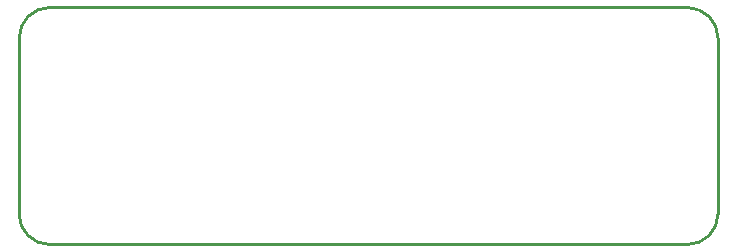
<source format=gko>
G04 Layer_Color=16711935*
%FSLAX25Y25*%
%MOIN*%
G70*
G01*
G75*
%ADD19C,0.01000*%
D19*
X426500Y387683D02*
G03*
X436683Y377500I10183J0D01*
G01*
X649317D02*
G03*
X659500Y387683I0J10183D01*
G01*
Y446257D02*
G03*
X649257Y456500I-10243J0D01*
G01*
X436743D02*
G03*
X426500Y446257I0J-10243D01*
G01*
Y387683D02*
Y437000D01*
X436683Y377500D02*
X649317D01*
X659500Y387683D02*
Y446257D01*
X436743Y456500D02*
X649257D01*
X426500Y437000D02*
Y446257D01*
M02*

</source>
